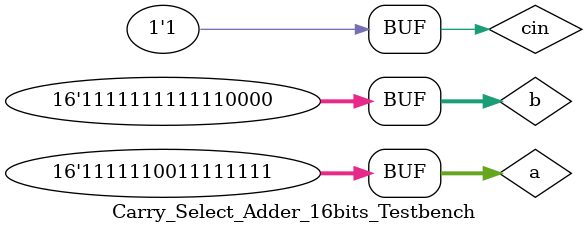
<source format=v>
`timescale 1ns / 1ps


module Carry_Select_Adder_16bits_Testbench;

	// Inputs
	reg [15:0] a;
	reg [15:0] b;
	reg cin;

	// Outputs
	wire [15:0] sum;
	wire cout;

	// Instantiate the Unit Under Test (UUT)
	Carry_Select_Adder_16bits uut (
		.a(a), 
		.b(b), 
		.cin(cin), 
		.sum(sum), 
		.cout(cout)
	);

	initial begin
		// Initialize Inputs
		a = 16'b1111110011111111;
		b = 16'b1111111111110000;
		cin = 1;

		// Wait 100 ns for global reset to finish
		#100;
        
		// Add stimulus here

	end
      
endmodule


</source>
